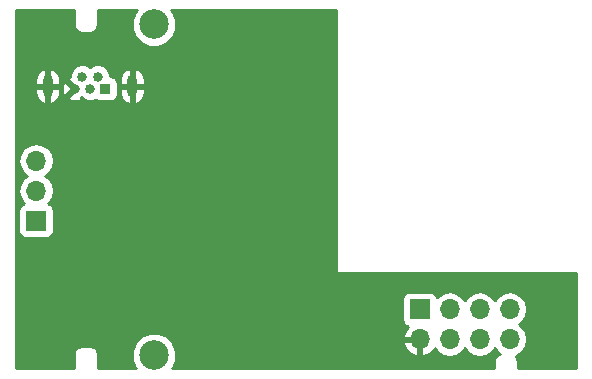
<source format=gbl>
G04 #@! TF.FileFunction,Copper,L2,Bot,Signal*
%FSLAX46Y46*%
G04 Gerber Fmt 4.6, Leading zero omitted, Abs format (unit mm)*
G04 Created by KiCad (PCBNEW 4.0.7) date 01/11/18 16:58:58*
%MOMM*%
%LPD*%
G01*
G04 APERTURE LIST*
%ADD10C,0.100000*%
%ADD11R,0.840000X0.840000*%
%ADD12C,0.840000*%
%ADD13O,0.850000X1.850000*%
%ADD14R,1.700000X1.700000*%
%ADD15O,1.700000X1.700000*%
%ADD16C,2.500000*%
%ADD17C,0.800000*%
%ADD18C,0.254000*%
G04 APERTURE END LIST*
D10*
D11*
X120695000Y-89900000D03*
D12*
X120045000Y-88900000D03*
X119395000Y-89900000D03*
X118745000Y-88900000D03*
X118095000Y-89900000D03*
D13*
X122970000Y-89680000D03*
X115820000Y-89680000D03*
D14*
X147320000Y-108585000D03*
D15*
X147320000Y-111125000D03*
X149860000Y-108585000D03*
X149860000Y-111125000D03*
X152400000Y-108585000D03*
X152400000Y-111125000D03*
X154940000Y-108585000D03*
X154940000Y-111125000D03*
D14*
X114841000Y-101082000D03*
D15*
X114841000Y-98542000D03*
X114841000Y-96002000D03*
D16*
X124816000Y-112466000D03*
X124816000Y-84466000D03*
D17*
X132556273Y-96561991D03*
X130175000Y-96520000D03*
X126758553Y-89411197D03*
D18*
G36*
X118035000Y-84455000D02*
X118089046Y-84726705D01*
X118242954Y-84957046D01*
X118473295Y-85110954D01*
X118745000Y-85165000D01*
X119380000Y-85165000D01*
X119651705Y-85110954D01*
X119882046Y-84957046D01*
X120035954Y-84726705D01*
X120090000Y-84455000D01*
X120090000Y-83260000D01*
X123355985Y-83260000D01*
X123218907Y-83396839D01*
X122931328Y-84089405D01*
X122930674Y-84839305D01*
X123217043Y-85532372D01*
X123746839Y-86063093D01*
X124439405Y-86350672D01*
X125189305Y-86351326D01*
X125882372Y-86064957D01*
X126413093Y-85535161D01*
X126700672Y-84842595D01*
X126701326Y-84092695D01*
X126414957Y-83399628D01*
X126275572Y-83260000D01*
X140208000Y-83260000D01*
X140208000Y-105410000D01*
X140218006Y-105459410D01*
X140246447Y-105501035D01*
X140288841Y-105528315D01*
X140335000Y-105537000D01*
X160580000Y-105537000D01*
X160580000Y-113590000D01*
X155650000Y-113590000D01*
X155650000Y-113030000D01*
X155595954Y-112758295D01*
X155448696Y-112537907D01*
X155508285Y-112526054D01*
X155990054Y-112204147D01*
X156311961Y-111722378D01*
X156425000Y-111154093D01*
X156425000Y-111095907D01*
X156311961Y-110527622D01*
X155990054Y-110045853D01*
X155704422Y-109855000D01*
X155990054Y-109664147D01*
X156311961Y-109182378D01*
X156425000Y-108614093D01*
X156425000Y-108555907D01*
X156311961Y-107987622D01*
X155990054Y-107505853D01*
X155508285Y-107183946D01*
X154940000Y-107070907D01*
X154371715Y-107183946D01*
X153889946Y-107505853D01*
X153670000Y-107835026D01*
X153450054Y-107505853D01*
X152968285Y-107183946D01*
X152400000Y-107070907D01*
X151831715Y-107183946D01*
X151349946Y-107505853D01*
X151130000Y-107835026D01*
X150910054Y-107505853D01*
X150428285Y-107183946D01*
X149860000Y-107070907D01*
X149291715Y-107183946D01*
X148809946Y-107505853D01*
X148782150Y-107547452D01*
X148773162Y-107499683D01*
X148634090Y-107283559D01*
X148421890Y-107138569D01*
X148170000Y-107087560D01*
X146470000Y-107087560D01*
X146234683Y-107131838D01*
X146018559Y-107270910D01*
X145873569Y-107483110D01*
X145822560Y-107735000D01*
X145822560Y-109435000D01*
X145866838Y-109670317D01*
X146005910Y-109886441D01*
X146218110Y-110031431D01*
X146332301Y-110054555D01*
X146124817Y-110243642D01*
X145878514Y-110768108D01*
X145999181Y-110998000D01*
X147193000Y-110998000D01*
X147193000Y-110978000D01*
X147447000Y-110978000D01*
X147447000Y-110998000D01*
X147467000Y-110998000D01*
X147467000Y-111252000D01*
X147447000Y-111252000D01*
X147447000Y-112445155D01*
X147676890Y-112566476D01*
X148086924Y-112396645D01*
X148515183Y-112006358D01*
X148582298Y-111863447D01*
X148809946Y-112204147D01*
X149291715Y-112526054D01*
X149860000Y-112639093D01*
X150428285Y-112526054D01*
X150910054Y-112204147D01*
X151130000Y-111874974D01*
X151349946Y-112204147D01*
X151831715Y-112526054D01*
X152400000Y-112639093D01*
X152968285Y-112526054D01*
X153450054Y-112204147D01*
X153670000Y-111874974D01*
X153889946Y-112204147D01*
X154118772Y-112357043D01*
X154033295Y-112374046D01*
X153802954Y-112527954D01*
X153649046Y-112758295D01*
X153595000Y-113030000D01*
X153595000Y-113590000D01*
X126358158Y-113590000D01*
X126413093Y-113535161D01*
X126700672Y-112842595D01*
X126701326Y-112092695D01*
X126448948Y-111481892D01*
X145878514Y-111481892D01*
X146124817Y-112006358D01*
X146553076Y-112396645D01*
X146963110Y-112566476D01*
X147193000Y-112445155D01*
X147193000Y-111252000D01*
X145999181Y-111252000D01*
X145878514Y-111481892D01*
X126448948Y-111481892D01*
X126414957Y-111399628D01*
X125885161Y-110868907D01*
X125192595Y-110581328D01*
X124442695Y-110580674D01*
X123749628Y-110867043D01*
X123218907Y-111396839D01*
X122931328Y-112089405D01*
X122930674Y-112839305D01*
X123217043Y-113532372D01*
X123274571Y-113590000D01*
X120090000Y-113590000D01*
X120090000Y-112395000D01*
X120035954Y-112123295D01*
X119882046Y-111892954D01*
X119651705Y-111739046D01*
X119380000Y-111685000D01*
X118745000Y-111685000D01*
X118473295Y-111739046D01*
X118242954Y-111892954D01*
X118089046Y-112123295D01*
X118035000Y-112395000D01*
X118035000Y-113590000D01*
X113105000Y-113590000D01*
X113105000Y-96002000D01*
X113326907Y-96002000D01*
X113439946Y-96570285D01*
X113761853Y-97052054D01*
X114091026Y-97272000D01*
X113761853Y-97491946D01*
X113439946Y-97973715D01*
X113326907Y-98542000D01*
X113439946Y-99110285D01*
X113761853Y-99592054D01*
X113803452Y-99619850D01*
X113755683Y-99628838D01*
X113539559Y-99767910D01*
X113394569Y-99980110D01*
X113343560Y-100232000D01*
X113343560Y-101932000D01*
X113387838Y-102167317D01*
X113526910Y-102383441D01*
X113739110Y-102528431D01*
X113991000Y-102579440D01*
X115691000Y-102579440D01*
X115926317Y-102535162D01*
X116142441Y-102396090D01*
X116287431Y-102183890D01*
X116338440Y-101932000D01*
X116338440Y-100232000D01*
X116294162Y-99996683D01*
X116155090Y-99780559D01*
X115942890Y-99635569D01*
X115875459Y-99621914D01*
X115920147Y-99592054D01*
X116242054Y-99110285D01*
X116355093Y-98542000D01*
X116242054Y-97973715D01*
X115920147Y-97491946D01*
X115590974Y-97272000D01*
X115920147Y-97052054D01*
X116242054Y-96570285D01*
X116355093Y-96002000D01*
X116242054Y-95433715D01*
X115920147Y-94951946D01*
X115438378Y-94630039D01*
X114870093Y-94517000D01*
X114811907Y-94517000D01*
X114243622Y-94630039D01*
X113761853Y-94951946D01*
X113439946Y-95433715D01*
X113326907Y-96002000D01*
X113105000Y-96002000D01*
X113105000Y-89807000D01*
X114760000Y-89807000D01*
X114760000Y-90307000D01*
X114889288Y-90702977D01*
X115160269Y-91019336D01*
X115529938Y-91199540D01*
X115693000Y-91072257D01*
X115693000Y-89807000D01*
X115947000Y-89807000D01*
X115947000Y-91072257D01*
X116110062Y-91199540D01*
X116479731Y-91019336D01*
X116750712Y-90702977D01*
X116880000Y-90307000D01*
X116880000Y-89807000D01*
X115947000Y-89807000D01*
X115693000Y-89807000D01*
X114760000Y-89807000D01*
X113105000Y-89807000D01*
X113105000Y-89774137D01*
X117026721Y-89774137D01*
X117059873Y-90192531D01*
X117156204Y-90425095D01*
X117363087Y-90452308D01*
X117915395Y-89900000D01*
X117363087Y-89347692D01*
X117156204Y-89374905D01*
X117026721Y-89774137D01*
X113105000Y-89774137D01*
X113105000Y-89053000D01*
X114760000Y-89053000D01*
X114760000Y-89553000D01*
X115693000Y-89553000D01*
X115693000Y-88287743D01*
X115947000Y-88287743D01*
X115947000Y-89553000D01*
X116880000Y-89553000D01*
X116880000Y-89168087D01*
X117542692Y-89168087D01*
X117835066Y-89460461D01*
X117850093Y-89496829D01*
X118146610Y-89793864D01*
X118232361Y-89829471D01*
X118288748Y-89885858D01*
X118274605Y-89900000D01*
X118288748Y-89914143D01*
X118109143Y-90093748D01*
X118095000Y-90079605D01*
X117542692Y-90631913D01*
X117569905Y-90838796D01*
X117969137Y-90968279D01*
X118387531Y-90935127D01*
X118620095Y-90838796D01*
X118645868Y-90642859D01*
X118796610Y-90793864D01*
X119184227Y-90954817D01*
X119603932Y-90955183D01*
X119900489Y-90832648D01*
X120023110Y-90916431D01*
X120275000Y-90967440D01*
X121115000Y-90967440D01*
X121350317Y-90923162D01*
X121566441Y-90784090D01*
X121711431Y-90571890D01*
X121762440Y-90320000D01*
X121762440Y-89807000D01*
X121910000Y-89807000D01*
X121910000Y-90307000D01*
X122039288Y-90702977D01*
X122310269Y-91019336D01*
X122679938Y-91199540D01*
X122843000Y-91072257D01*
X122843000Y-89807000D01*
X123097000Y-89807000D01*
X123097000Y-91072257D01*
X123260062Y-91199540D01*
X123629731Y-91019336D01*
X123900712Y-90702977D01*
X124030000Y-90307000D01*
X124030000Y-89807000D01*
X123097000Y-89807000D01*
X122843000Y-89807000D01*
X121910000Y-89807000D01*
X121762440Y-89807000D01*
X121762440Y-89480000D01*
X121718162Y-89244683D01*
X121594818Y-89053000D01*
X121910000Y-89053000D01*
X121910000Y-89553000D01*
X122843000Y-89553000D01*
X122843000Y-88287743D01*
X123097000Y-88287743D01*
X123097000Y-89553000D01*
X124030000Y-89553000D01*
X124030000Y-89053000D01*
X123900712Y-88657023D01*
X123629731Y-88340664D01*
X123260062Y-88160460D01*
X123097000Y-88287743D01*
X122843000Y-88287743D01*
X122679938Y-88160460D01*
X122310269Y-88340664D01*
X122039288Y-88657023D01*
X121910000Y-89053000D01*
X121594818Y-89053000D01*
X121579090Y-89028559D01*
X121366890Y-88883569D01*
X121115000Y-88832560D01*
X121100060Y-88832560D01*
X121100183Y-88691068D01*
X120939907Y-88303171D01*
X120643390Y-88006136D01*
X120255773Y-87845183D01*
X119836068Y-87844817D01*
X119448171Y-88005093D01*
X119395168Y-88058004D01*
X119343390Y-88006136D01*
X118955773Y-87845183D01*
X118536068Y-87844817D01*
X118148171Y-88005093D01*
X117851136Y-88301610D01*
X117690183Y-88689227D01*
X117689989Y-88911464D01*
X117569905Y-88961204D01*
X117542692Y-89168087D01*
X116880000Y-89168087D01*
X116880000Y-89053000D01*
X116750712Y-88657023D01*
X116479731Y-88340664D01*
X116110062Y-88160460D01*
X115947000Y-88287743D01*
X115693000Y-88287743D01*
X115529938Y-88160460D01*
X115160269Y-88340664D01*
X114889288Y-88657023D01*
X114760000Y-89053000D01*
X113105000Y-89053000D01*
X113105000Y-83260000D01*
X118035000Y-83260000D01*
X118035000Y-84455000D01*
X118035000Y-84455000D01*
G37*
X118035000Y-84455000D02*
X118089046Y-84726705D01*
X118242954Y-84957046D01*
X118473295Y-85110954D01*
X118745000Y-85165000D01*
X119380000Y-85165000D01*
X119651705Y-85110954D01*
X119882046Y-84957046D01*
X120035954Y-84726705D01*
X120090000Y-84455000D01*
X120090000Y-83260000D01*
X123355985Y-83260000D01*
X123218907Y-83396839D01*
X122931328Y-84089405D01*
X122930674Y-84839305D01*
X123217043Y-85532372D01*
X123746839Y-86063093D01*
X124439405Y-86350672D01*
X125189305Y-86351326D01*
X125882372Y-86064957D01*
X126413093Y-85535161D01*
X126700672Y-84842595D01*
X126701326Y-84092695D01*
X126414957Y-83399628D01*
X126275572Y-83260000D01*
X140208000Y-83260000D01*
X140208000Y-105410000D01*
X140218006Y-105459410D01*
X140246447Y-105501035D01*
X140288841Y-105528315D01*
X140335000Y-105537000D01*
X160580000Y-105537000D01*
X160580000Y-113590000D01*
X155650000Y-113590000D01*
X155650000Y-113030000D01*
X155595954Y-112758295D01*
X155448696Y-112537907D01*
X155508285Y-112526054D01*
X155990054Y-112204147D01*
X156311961Y-111722378D01*
X156425000Y-111154093D01*
X156425000Y-111095907D01*
X156311961Y-110527622D01*
X155990054Y-110045853D01*
X155704422Y-109855000D01*
X155990054Y-109664147D01*
X156311961Y-109182378D01*
X156425000Y-108614093D01*
X156425000Y-108555907D01*
X156311961Y-107987622D01*
X155990054Y-107505853D01*
X155508285Y-107183946D01*
X154940000Y-107070907D01*
X154371715Y-107183946D01*
X153889946Y-107505853D01*
X153670000Y-107835026D01*
X153450054Y-107505853D01*
X152968285Y-107183946D01*
X152400000Y-107070907D01*
X151831715Y-107183946D01*
X151349946Y-107505853D01*
X151130000Y-107835026D01*
X150910054Y-107505853D01*
X150428285Y-107183946D01*
X149860000Y-107070907D01*
X149291715Y-107183946D01*
X148809946Y-107505853D01*
X148782150Y-107547452D01*
X148773162Y-107499683D01*
X148634090Y-107283559D01*
X148421890Y-107138569D01*
X148170000Y-107087560D01*
X146470000Y-107087560D01*
X146234683Y-107131838D01*
X146018559Y-107270910D01*
X145873569Y-107483110D01*
X145822560Y-107735000D01*
X145822560Y-109435000D01*
X145866838Y-109670317D01*
X146005910Y-109886441D01*
X146218110Y-110031431D01*
X146332301Y-110054555D01*
X146124817Y-110243642D01*
X145878514Y-110768108D01*
X145999181Y-110998000D01*
X147193000Y-110998000D01*
X147193000Y-110978000D01*
X147447000Y-110978000D01*
X147447000Y-110998000D01*
X147467000Y-110998000D01*
X147467000Y-111252000D01*
X147447000Y-111252000D01*
X147447000Y-112445155D01*
X147676890Y-112566476D01*
X148086924Y-112396645D01*
X148515183Y-112006358D01*
X148582298Y-111863447D01*
X148809946Y-112204147D01*
X149291715Y-112526054D01*
X149860000Y-112639093D01*
X150428285Y-112526054D01*
X150910054Y-112204147D01*
X151130000Y-111874974D01*
X151349946Y-112204147D01*
X151831715Y-112526054D01*
X152400000Y-112639093D01*
X152968285Y-112526054D01*
X153450054Y-112204147D01*
X153670000Y-111874974D01*
X153889946Y-112204147D01*
X154118772Y-112357043D01*
X154033295Y-112374046D01*
X153802954Y-112527954D01*
X153649046Y-112758295D01*
X153595000Y-113030000D01*
X153595000Y-113590000D01*
X126358158Y-113590000D01*
X126413093Y-113535161D01*
X126700672Y-112842595D01*
X126701326Y-112092695D01*
X126448948Y-111481892D01*
X145878514Y-111481892D01*
X146124817Y-112006358D01*
X146553076Y-112396645D01*
X146963110Y-112566476D01*
X147193000Y-112445155D01*
X147193000Y-111252000D01*
X145999181Y-111252000D01*
X145878514Y-111481892D01*
X126448948Y-111481892D01*
X126414957Y-111399628D01*
X125885161Y-110868907D01*
X125192595Y-110581328D01*
X124442695Y-110580674D01*
X123749628Y-110867043D01*
X123218907Y-111396839D01*
X122931328Y-112089405D01*
X122930674Y-112839305D01*
X123217043Y-113532372D01*
X123274571Y-113590000D01*
X120090000Y-113590000D01*
X120090000Y-112395000D01*
X120035954Y-112123295D01*
X119882046Y-111892954D01*
X119651705Y-111739046D01*
X119380000Y-111685000D01*
X118745000Y-111685000D01*
X118473295Y-111739046D01*
X118242954Y-111892954D01*
X118089046Y-112123295D01*
X118035000Y-112395000D01*
X118035000Y-113590000D01*
X113105000Y-113590000D01*
X113105000Y-96002000D01*
X113326907Y-96002000D01*
X113439946Y-96570285D01*
X113761853Y-97052054D01*
X114091026Y-97272000D01*
X113761853Y-97491946D01*
X113439946Y-97973715D01*
X113326907Y-98542000D01*
X113439946Y-99110285D01*
X113761853Y-99592054D01*
X113803452Y-99619850D01*
X113755683Y-99628838D01*
X113539559Y-99767910D01*
X113394569Y-99980110D01*
X113343560Y-100232000D01*
X113343560Y-101932000D01*
X113387838Y-102167317D01*
X113526910Y-102383441D01*
X113739110Y-102528431D01*
X113991000Y-102579440D01*
X115691000Y-102579440D01*
X115926317Y-102535162D01*
X116142441Y-102396090D01*
X116287431Y-102183890D01*
X116338440Y-101932000D01*
X116338440Y-100232000D01*
X116294162Y-99996683D01*
X116155090Y-99780559D01*
X115942890Y-99635569D01*
X115875459Y-99621914D01*
X115920147Y-99592054D01*
X116242054Y-99110285D01*
X116355093Y-98542000D01*
X116242054Y-97973715D01*
X115920147Y-97491946D01*
X115590974Y-97272000D01*
X115920147Y-97052054D01*
X116242054Y-96570285D01*
X116355093Y-96002000D01*
X116242054Y-95433715D01*
X115920147Y-94951946D01*
X115438378Y-94630039D01*
X114870093Y-94517000D01*
X114811907Y-94517000D01*
X114243622Y-94630039D01*
X113761853Y-94951946D01*
X113439946Y-95433715D01*
X113326907Y-96002000D01*
X113105000Y-96002000D01*
X113105000Y-89807000D01*
X114760000Y-89807000D01*
X114760000Y-90307000D01*
X114889288Y-90702977D01*
X115160269Y-91019336D01*
X115529938Y-91199540D01*
X115693000Y-91072257D01*
X115693000Y-89807000D01*
X115947000Y-89807000D01*
X115947000Y-91072257D01*
X116110062Y-91199540D01*
X116479731Y-91019336D01*
X116750712Y-90702977D01*
X116880000Y-90307000D01*
X116880000Y-89807000D01*
X115947000Y-89807000D01*
X115693000Y-89807000D01*
X114760000Y-89807000D01*
X113105000Y-89807000D01*
X113105000Y-89774137D01*
X117026721Y-89774137D01*
X117059873Y-90192531D01*
X117156204Y-90425095D01*
X117363087Y-90452308D01*
X117915395Y-89900000D01*
X117363087Y-89347692D01*
X117156204Y-89374905D01*
X117026721Y-89774137D01*
X113105000Y-89774137D01*
X113105000Y-89053000D01*
X114760000Y-89053000D01*
X114760000Y-89553000D01*
X115693000Y-89553000D01*
X115693000Y-88287743D01*
X115947000Y-88287743D01*
X115947000Y-89553000D01*
X116880000Y-89553000D01*
X116880000Y-89168087D01*
X117542692Y-89168087D01*
X117835066Y-89460461D01*
X117850093Y-89496829D01*
X118146610Y-89793864D01*
X118232361Y-89829471D01*
X118288748Y-89885858D01*
X118274605Y-89900000D01*
X118288748Y-89914143D01*
X118109143Y-90093748D01*
X118095000Y-90079605D01*
X117542692Y-90631913D01*
X117569905Y-90838796D01*
X117969137Y-90968279D01*
X118387531Y-90935127D01*
X118620095Y-90838796D01*
X118645868Y-90642859D01*
X118796610Y-90793864D01*
X119184227Y-90954817D01*
X119603932Y-90955183D01*
X119900489Y-90832648D01*
X120023110Y-90916431D01*
X120275000Y-90967440D01*
X121115000Y-90967440D01*
X121350317Y-90923162D01*
X121566441Y-90784090D01*
X121711431Y-90571890D01*
X121762440Y-90320000D01*
X121762440Y-89807000D01*
X121910000Y-89807000D01*
X121910000Y-90307000D01*
X122039288Y-90702977D01*
X122310269Y-91019336D01*
X122679938Y-91199540D01*
X122843000Y-91072257D01*
X122843000Y-89807000D01*
X123097000Y-89807000D01*
X123097000Y-91072257D01*
X123260062Y-91199540D01*
X123629731Y-91019336D01*
X123900712Y-90702977D01*
X124030000Y-90307000D01*
X124030000Y-89807000D01*
X123097000Y-89807000D01*
X122843000Y-89807000D01*
X121910000Y-89807000D01*
X121762440Y-89807000D01*
X121762440Y-89480000D01*
X121718162Y-89244683D01*
X121594818Y-89053000D01*
X121910000Y-89053000D01*
X121910000Y-89553000D01*
X122843000Y-89553000D01*
X122843000Y-88287743D01*
X123097000Y-88287743D01*
X123097000Y-89553000D01*
X124030000Y-89553000D01*
X124030000Y-89053000D01*
X123900712Y-88657023D01*
X123629731Y-88340664D01*
X123260062Y-88160460D01*
X123097000Y-88287743D01*
X122843000Y-88287743D01*
X122679938Y-88160460D01*
X122310269Y-88340664D01*
X122039288Y-88657023D01*
X121910000Y-89053000D01*
X121594818Y-89053000D01*
X121579090Y-89028559D01*
X121366890Y-88883569D01*
X121115000Y-88832560D01*
X121100060Y-88832560D01*
X121100183Y-88691068D01*
X120939907Y-88303171D01*
X120643390Y-88006136D01*
X120255773Y-87845183D01*
X119836068Y-87844817D01*
X119448171Y-88005093D01*
X119395168Y-88058004D01*
X119343390Y-88006136D01*
X118955773Y-87845183D01*
X118536068Y-87844817D01*
X118148171Y-88005093D01*
X117851136Y-88301610D01*
X117690183Y-88689227D01*
X117689989Y-88911464D01*
X117569905Y-88961204D01*
X117542692Y-89168087D01*
X116880000Y-89168087D01*
X116880000Y-89053000D01*
X116750712Y-88657023D01*
X116479731Y-88340664D01*
X116110062Y-88160460D01*
X115947000Y-88287743D01*
X115693000Y-88287743D01*
X115529938Y-88160460D01*
X115160269Y-88340664D01*
X114889288Y-88657023D01*
X114760000Y-89053000D01*
X113105000Y-89053000D01*
X113105000Y-83260000D01*
X118035000Y-83260000D01*
X118035000Y-84455000D01*
M02*

</source>
